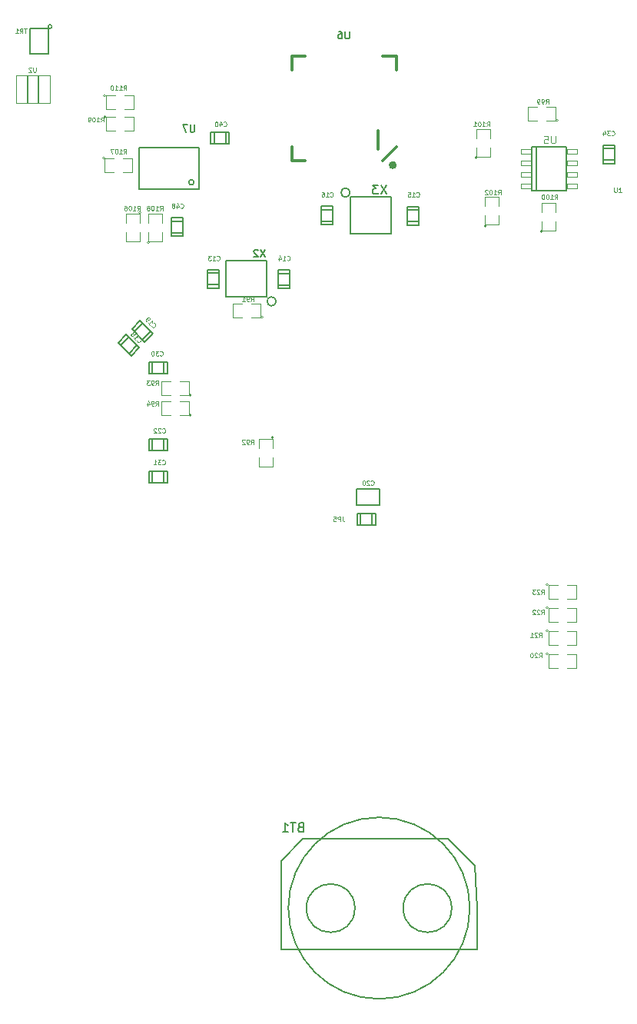
<source format=gbo>
G04 (created by PCBNEW (2013-07-07 BZR 4022)-stable) date 23/07/2014 04:51:33 p.m.*
%MOIN*%
G04 Gerber Fmt 3.4, Leading zero omitted, Abs format*
%FSLAX34Y34*%
G01*
G70*
G90*
G04 APERTURE LIST*
%ADD10C,0.00590551*%
%ADD11C,0.005*%
%ADD12C,0.0047*%
%ADD13C,0.0039*%
%ADD14C,0.012*%
%ADD15C,0.02*%
%ADD16C,0.0026*%
%ADD17C,0.008*%
%ADD18C,0.0059*%
%ADD19C,0.00492126*%
%ADD20C,0.0043*%
%ADD21C,0.00787402*%
%ADD22C,0.00393701*%
%ADD23C,0.0035*%
G04 APERTURE END LIST*
G54D10*
G54D11*
X82203Y-39198D02*
X84803Y-39198D01*
X84803Y-39198D02*
X84803Y-40998D01*
X84803Y-40998D02*
X82203Y-40998D01*
X82203Y-40998D02*
X82203Y-39198D01*
X84565Y-40698D02*
G75*
G03X84565Y-40698I-111J0D01*
G74*
G01*
G54D10*
X77460Y-34015D02*
X78248Y-34015D01*
X78248Y-34015D02*
X78248Y-35118D01*
X78248Y-35118D02*
X77460Y-35118D01*
X77460Y-35118D02*
X77460Y-34015D01*
X78405Y-33937D02*
G75*
G03X78405Y-33937I-78J0D01*
G74*
G01*
G54D12*
X78326Y-37244D02*
X78326Y-36062D01*
X78326Y-36062D02*
X77834Y-36062D01*
X77834Y-37244D02*
X78326Y-37244D01*
X77362Y-36062D02*
X76870Y-36062D01*
X76870Y-36062D02*
X76870Y-37244D01*
X76870Y-37244D02*
X77362Y-37244D01*
X77362Y-36062D02*
X77834Y-36062D01*
X77362Y-37244D02*
X77834Y-37244D01*
G54D11*
X77363Y-36063D02*
X77363Y-37243D01*
X77833Y-37243D02*
X77833Y-36063D01*
G54D13*
X80699Y-39640D02*
G75*
G03X80699Y-39640I-50J0D01*
G74*
G01*
X81099Y-39640D02*
X80699Y-39640D01*
X80699Y-39640D02*
X80699Y-40240D01*
X80699Y-40240D02*
X81099Y-40240D01*
X81499Y-40240D02*
X81899Y-40240D01*
X81899Y-40240D02*
X81899Y-39640D01*
X81899Y-39640D02*
X81499Y-39640D01*
X80758Y-37849D02*
G75*
G03X80758Y-37849I-50J0D01*
G74*
G01*
X81158Y-37849D02*
X80758Y-37849D01*
X80758Y-37849D02*
X80758Y-38449D01*
X80758Y-38449D02*
X81158Y-38449D01*
X81558Y-38449D02*
X81958Y-38449D01*
X81958Y-38449D02*
X81958Y-37849D01*
X81958Y-37849D02*
X81558Y-37849D01*
X80738Y-36924D02*
G75*
G03X80738Y-36924I-50J0D01*
G74*
G01*
X81138Y-36924D02*
X80738Y-36924D01*
X80738Y-36924D02*
X80738Y-37524D01*
X80738Y-37524D02*
X81138Y-37524D01*
X81538Y-37524D02*
X81938Y-37524D01*
X81938Y-37524D02*
X81938Y-36924D01*
X81938Y-36924D02*
X81538Y-36924D01*
X87560Y-46540D02*
G75*
G03X87560Y-46540I-50J0D01*
G74*
G01*
X87060Y-46540D02*
X87460Y-46540D01*
X87460Y-46540D02*
X87460Y-45940D01*
X87460Y-45940D02*
X87060Y-45940D01*
X86660Y-45940D02*
X86260Y-45940D01*
X86260Y-45940D02*
X86260Y-46540D01*
X86260Y-46540D02*
X86660Y-46540D01*
X84450Y-50782D02*
G75*
G03X84450Y-50782I-50J0D01*
G74*
G01*
X83950Y-50782D02*
X84350Y-50782D01*
X84350Y-50782D02*
X84350Y-50182D01*
X84350Y-50182D02*
X83950Y-50182D01*
X83550Y-50182D02*
X83150Y-50182D01*
X83150Y-50182D02*
X83150Y-50782D01*
X83150Y-50782D02*
X83550Y-50782D01*
X82643Y-43307D02*
G75*
G03X82643Y-43307I-50J0D01*
G74*
G01*
X82593Y-42857D02*
X82593Y-43257D01*
X82593Y-43257D02*
X83193Y-43257D01*
X83193Y-43257D02*
X83193Y-42857D01*
X83193Y-42457D02*
X83193Y-42057D01*
X83193Y-42057D02*
X82593Y-42057D01*
X82593Y-42057D02*
X82593Y-42457D01*
X82279Y-42007D02*
G75*
G03X82279Y-42007I-50J0D01*
G74*
G01*
X82229Y-42457D02*
X82229Y-42057D01*
X82229Y-42057D02*
X81629Y-42057D01*
X81629Y-42057D02*
X81629Y-42457D01*
X81629Y-42857D02*
X81629Y-43257D01*
X81629Y-43257D02*
X82229Y-43257D01*
X82229Y-43257D02*
X82229Y-42857D01*
X100365Y-38016D02*
G75*
G03X100365Y-38016I-50J0D01*
G74*
G01*
X99865Y-38016D02*
X100265Y-38016D01*
X100265Y-38016D02*
X100265Y-37416D01*
X100265Y-37416D02*
X99865Y-37416D01*
X99465Y-37416D02*
X99065Y-37416D01*
X99065Y-37416D02*
X99065Y-38016D01*
X99065Y-38016D02*
X99465Y-38016D01*
X99690Y-42835D02*
G75*
G03X99690Y-42835I-50J0D01*
G74*
G01*
X99640Y-42385D02*
X99640Y-42785D01*
X99640Y-42785D02*
X100240Y-42785D01*
X100240Y-42785D02*
X100240Y-42385D01*
X100240Y-41985D02*
X100240Y-41585D01*
X100240Y-41585D02*
X99640Y-41585D01*
X99640Y-41585D02*
X99640Y-41985D01*
X97250Y-42579D02*
G75*
G03X97250Y-42579I-50J0D01*
G74*
G01*
X97200Y-42129D02*
X97200Y-42529D01*
X97200Y-42529D02*
X97800Y-42529D01*
X97800Y-42529D02*
X97800Y-42129D01*
X97800Y-41729D02*
X97800Y-41329D01*
X97800Y-41329D02*
X97200Y-41329D01*
X97200Y-41329D02*
X97200Y-41729D01*
X96856Y-39626D02*
G75*
G03X96856Y-39626I-50J0D01*
G74*
G01*
X96806Y-39176D02*
X96806Y-39576D01*
X96806Y-39576D02*
X97406Y-39576D01*
X97406Y-39576D02*
X97406Y-39176D01*
X97406Y-38776D02*
X97406Y-38376D01*
X97406Y-38376D02*
X96806Y-38376D01*
X96806Y-38376D02*
X96806Y-38776D01*
X88023Y-51759D02*
G75*
G03X88023Y-51759I-50J0D01*
G74*
G01*
X87973Y-52209D02*
X87973Y-51809D01*
X87973Y-51809D02*
X87373Y-51809D01*
X87373Y-51809D02*
X87373Y-52209D01*
X87373Y-52609D02*
X87373Y-53009D01*
X87373Y-53009D02*
X87973Y-53009D01*
X87973Y-53009D02*
X87973Y-52609D01*
X84450Y-49916D02*
G75*
G03X84450Y-49916I-50J0D01*
G74*
G01*
X83950Y-49916D02*
X84350Y-49916D01*
X84350Y-49916D02*
X84350Y-49316D01*
X84350Y-49316D02*
X83950Y-49316D01*
X83550Y-49316D02*
X83150Y-49316D01*
X83150Y-49316D02*
X83150Y-49916D01*
X83150Y-49916D02*
X83550Y-49916D01*
X99939Y-61152D02*
G75*
G03X99939Y-61152I-50J0D01*
G74*
G01*
X100339Y-61152D02*
X99939Y-61152D01*
X99939Y-61152D02*
X99939Y-61752D01*
X99939Y-61752D02*
X100339Y-61752D01*
X100739Y-61752D02*
X101139Y-61752D01*
X101139Y-61752D02*
X101139Y-61152D01*
X101139Y-61152D02*
X100739Y-61152D01*
X99939Y-60152D02*
G75*
G03X99939Y-60152I-50J0D01*
G74*
G01*
X100339Y-60152D02*
X99939Y-60152D01*
X99939Y-60152D02*
X99939Y-60752D01*
X99939Y-60752D02*
X100339Y-60752D01*
X100739Y-60752D02*
X101139Y-60752D01*
X101139Y-60752D02*
X101139Y-60152D01*
X101139Y-60152D02*
X100739Y-60152D01*
X99939Y-59152D02*
G75*
G03X99939Y-59152I-50J0D01*
G74*
G01*
X100339Y-59152D02*
X99939Y-59152D01*
X99939Y-59152D02*
X99939Y-59752D01*
X99939Y-59752D02*
X100339Y-59752D01*
X100739Y-59752D02*
X101139Y-59752D01*
X101139Y-59752D02*
X101139Y-59152D01*
X101139Y-59152D02*
X100739Y-59152D01*
X99939Y-58152D02*
G75*
G03X99939Y-58152I-50J0D01*
G74*
G01*
X100339Y-58152D02*
X99939Y-58152D01*
X99939Y-58152D02*
X99939Y-58752D01*
X99939Y-58752D02*
X100339Y-58752D01*
X100739Y-58752D02*
X101139Y-58752D01*
X101139Y-58752D02*
X101139Y-58152D01*
X101139Y-58152D02*
X100739Y-58152D01*
G54D14*
X93338Y-39159D02*
X92748Y-39749D01*
X88812Y-39159D02*
X88812Y-39749D01*
X88812Y-39749D02*
X89402Y-39749D01*
X88812Y-35813D02*
X88812Y-35223D01*
X88812Y-35223D02*
X89402Y-35223D01*
X93338Y-35813D02*
X93338Y-35223D01*
X93338Y-35223D02*
X92748Y-35223D01*
X92551Y-39257D02*
X92551Y-38470D01*
G54D15*
X93265Y-39946D02*
G75*
G03X93265Y-39946I-74J0D01*
G74*
G01*
G54D11*
X91606Y-54000D02*
X92606Y-54000D01*
X92606Y-54700D02*
X91606Y-54700D01*
X92606Y-54700D02*
X92606Y-54000D01*
X91606Y-54000D02*
X91606Y-54700D01*
G54D10*
X88129Y-45856D02*
G75*
G03X88129Y-45856I-196J0D01*
G74*
G01*
X87736Y-44084D02*
X87736Y-45659D01*
X87736Y-45659D02*
X85964Y-45659D01*
X85964Y-45659D02*
X85964Y-44084D01*
X85964Y-44084D02*
X87736Y-44084D01*
X91338Y-41141D02*
G75*
G03X91338Y-41141I-196J0D01*
G74*
G01*
X91338Y-42913D02*
X91338Y-41338D01*
X91338Y-41338D02*
X93110Y-41338D01*
X93110Y-41338D02*
X93110Y-42913D01*
X93110Y-42913D02*
X91338Y-42913D01*
G54D11*
X85938Y-39009D02*
X85938Y-38509D01*
X85438Y-39009D02*
X85438Y-38519D01*
X85288Y-39009D02*
X86088Y-39009D01*
X86088Y-39009D02*
X86088Y-38509D01*
X86088Y-38509D02*
X85288Y-38509D01*
X85288Y-38509D02*
X85288Y-39009D01*
X82761Y-51836D02*
X82761Y-52336D01*
X83261Y-51836D02*
X83261Y-52326D01*
X83411Y-51836D02*
X82611Y-51836D01*
X82611Y-51836D02*
X82611Y-52336D01*
X82611Y-52336D02*
X83411Y-52336D01*
X83411Y-52336D02*
X83411Y-51836D01*
X83598Y-42877D02*
X84098Y-42877D01*
X83598Y-42377D02*
X84088Y-42377D01*
X83598Y-42227D02*
X83598Y-43027D01*
X83598Y-43027D02*
X84098Y-43027D01*
X84098Y-43027D02*
X84098Y-42227D01*
X84098Y-42227D02*
X83598Y-42227D01*
X88734Y-44641D02*
X88234Y-44641D01*
X88734Y-45141D02*
X88244Y-45141D01*
X88734Y-45291D02*
X88734Y-44491D01*
X88734Y-44491D02*
X88234Y-44491D01*
X88234Y-44491D02*
X88234Y-45291D01*
X88234Y-45291D02*
X88734Y-45291D01*
X85643Y-44631D02*
X85143Y-44631D01*
X85643Y-45131D02*
X85153Y-45131D01*
X85643Y-45281D02*
X85643Y-44481D01*
X85643Y-44481D02*
X85143Y-44481D01*
X85143Y-44481D02*
X85143Y-45281D01*
X85143Y-45281D02*
X85643Y-45281D01*
X81740Y-48113D02*
X82093Y-47759D01*
X81386Y-47759D02*
X81733Y-47413D01*
X81280Y-47653D02*
X81846Y-48219D01*
X81846Y-48219D02*
X82199Y-47865D01*
X82199Y-47865D02*
X81634Y-47300D01*
X81634Y-47300D02*
X81280Y-47653D01*
X82330Y-47514D02*
X82684Y-47161D01*
X81977Y-47161D02*
X82323Y-46814D01*
X81871Y-47055D02*
X82436Y-47621D01*
X82436Y-47621D02*
X82790Y-47267D01*
X82790Y-47267D02*
X82224Y-46701D01*
X82224Y-46701D02*
X81871Y-47055D01*
X91797Y-55064D02*
X91797Y-55564D01*
X92297Y-55064D02*
X92297Y-55554D01*
X92447Y-55064D02*
X91647Y-55064D01*
X91647Y-55064D02*
X91647Y-55564D01*
X91647Y-55564D02*
X92447Y-55564D01*
X92447Y-55564D02*
X92447Y-55064D01*
X90104Y-42375D02*
X90604Y-42375D01*
X90104Y-41875D02*
X90594Y-41875D01*
X90104Y-41725D02*
X90104Y-42525D01*
X90104Y-42525D02*
X90604Y-42525D01*
X90604Y-42525D02*
X90604Y-41725D01*
X90604Y-41725D02*
X90104Y-41725D01*
X94309Y-41899D02*
X93809Y-41899D01*
X94309Y-42399D02*
X93819Y-42399D01*
X94309Y-42549D02*
X94309Y-41749D01*
X94309Y-41749D02*
X93809Y-41749D01*
X93809Y-41749D02*
X93809Y-42549D01*
X93809Y-42549D02*
X94309Y-42549D01*
X82761Y-48490D02*
X82761Y-48990D01*
X83261Y-48490D02*
X83261Y-48980D01*
X83411Y-48490D02*
X82611Y-48490D01*
X82611Y-48490D02*
X82611Y-48990D01*
X82611Y-48990D02*
X83411Y-48990D01*
X83411Y-48990D02*
X83411Y-48490D01*
X82757Y-53210D02*
X82757Y-53710D01*
X83257Y-53210D02*
X83257Y-53700D01*
X83407Y-53210D02*
X82607Y-53210D01*
X82607Y-53210D02*
X82607Y-53710D01*
X82607Y-53710D02*
X83407Y-53710D01*
X83407Y-53710D02*
X83407Y-53210D01*
X102328Y-39738D02*
X102828Y-39738D01*
X102328Y-39238D02*
X102818Y-39238D01*
X102328Y-39088D02*
X102328Y-39888D01*
X102328Y-39888D02*
X102828Y-39888D01*
X102828Y-39888D02*
X102828Y-39088D01*
X102828Y-39088D02*
X102328Y-39088D01*
G54D10*
X95748Y-72165D02*
G75*
G03X95748Y-72165I-1050J0D01*
G74*
G01*
X91548Y-72165D02*
G75*
G03X91548Y-72165I-1050J0D01*
G74*
G01*
X88348Y-73965D02*
X96848Y-73965D01*
X96848Y-73965D02*
X96848Y-73915D01*
X88348Y-72165D02*
X88348Y-70115D01*
X88348Y-70115D02*
X89298Y-69165D01*
X89298Y-69165D02*
X95598Y-69165D01*
X95598Y-69165D02*
X96748Y-70315D01*
X96748Y-70315D02*
X96848Y-72165D01*
X96848Y-72165D02*
X96848Y-73915D01*
X88348Y-73965D02*
X88348Y-72165D01*
X96535Y-72165D02*
G75*
G03X96535Y-72165I-3937J0D01*
G74*
G01*
G54D16*
X98760Y-40944D02*
X98760Y-40751D01*
X98760Y-40751D02*
X99193Y-40751D01*
X99193Y-40944D02*
X99193Y-40751D01*
X98760Y-40944D02*
X99193Y-40944D01*
X98760Y-40444D02*
X98760Y-40251D01*
X98760Y-40251D02*
X99193Y-40251D01*
X99193Y-40444D02*
X99193Y-40251D01*
X98760Y-40444D02*
X99193Y-40444D01*
X98760Y-39945D02*
X98760Y-39752D01*
X98760Y-39752D02*
X99193Y-39752D01*
X99193Y-39945D02*
X99193Y-39752D01*
X98760Y-39945D02*
X99193Y-39945D01*
X98760Y-39445D02*
X98760Y-39252D01*
X98760Y-39252D02*
X99193Y-39252D01*
X99193Y-39445D02*
X99193Y-39252D01*
X98760Y-39445D02*
X99193Y-39445D01*
X100767Y-39445D02*
X100767Y-39252D01*
X100767Y-39252D02*
X101200Y-39252D01*
X101200Y-39445D02*
X101200Y-39252D01*
X100767Y-39445D02*
X101200Y-39445D01*
X100767Y-39945D02*
X100767Y-39752D01*
X100767Y-39752D02*
X101200Y-39752D01*
X101200Y-39945D02*
X101200Y-39752D01*
X100767Y-39945D02*
X101200Y-39945D01*
X100767Y-40444D02*
X100767Y-40251D01*
X100767Y-40251D02*
X101200Y-40251D01*
X101200Y-40444D02*
X101200Y-40251D01*
X100767Y-40444D02*
X101200Y-40444D01*
X100767Y-40944D02*
X100767Y-40751D01*
X100767Y-40751D02*
X101200Y-40751D01*
X101200Y-40944D02*
X101200Y-40751D01*
X100767Y-40944D02*
X101200Y-40944D01*
G54D17*
X100728Y-39154D02*
X99429Y-39154D01*
X99429Y-39154D02*
X99232Y-39154D01*
X99232Y-39154D02*
X99232Y-41042D01*
X99232Y-41042D02*
X99429Y-41042D01*
X99429Y-41042D02*
X100728Y-41042D01*
X100728Y-41042D02*
X100728Y-39154D01*
X99429Y-39154D02*
X99429Y-41042D01*
G54D18*
X84590Y-38198D02*
X84590Y-38453D01*
X84575Y-38483D01*
X84560Y-38498D01*
X84530Y-38513D01*
X84470Y-38513D01*
X84440Y-38498D01*
X84425Y-38483D01*
X84410Y-38453D01*
X84410Y-38198D01*
X84290Y-38198D02*
X84080Y-38198D01*
X84215Y-38513D01*
G54D19*
X77315Y-34036D02*
X77202Y-34036D01*
X77259Y-34233D02*
X77259Y-34036D01*
X77024Y-34233D02*
X77090Y-34139D01*
X77137Y-34233D02*
X77137Y-34036D01*
X77062Y-34036D01*
X77043Y-34045D01*
X77034Y-34055D01*
X77024Y-34073D01*
X77024Y-34101D01*
X77034Y-34120D01*
X77043Y-34130D01*
X77062Y-34139D01*
X77137Y-34139D01*
X76837Y-34233D02*
X76949Y-34233D01*
X76893Y-34233D02*
X76893Y-34036D01*
X76912Y-34064D01*
X76931Y-34083D01*
X76949Y-34092D01*
G54D13*
X77709Y-35709D02*
X77709Y-35868D01*
X77699Y-35887D01*
X77690Y-35897D01*
X77671Y-35906D01*
X77634Y-35906D01*
X77615Y-35897D01*
X77605Y-35887D01*
X77596Y-35868D01*
X77596Y-35709D01*
X77512Y-35728D02*
X77502Y-35718D01*
X77484Y-35709D01*
X77437Y-35709D01*
X77418Y-35718D01*
X77408Y-35728D01*
X77399Y-35747D01*
X77399Y-35765D01*
X77408Y-35793D01*
X77521Y-35906D01*
X77399Y-35906D01*
G54D20*
X81519Y-39449D02*
X81585Y-39356D01*
X81632Y-39449D02*
X81632Y-39252D01*
X81557Y-39252D01*
X81538Y-39262D01*
X81529Y-39271D01*
X81519Y-39290D01*
X81519Y-39318D01*
X81529Y-39337D01*
X81538Y-39346D01*
X81557Y-39356D01*
X81632Y-39356D01*
X81332Y-39449D02*
X81444Y-39449D01*
X81388Y-39449D02*
X81388Y-39252D01*
X81407Y-39280D01*
X81425Y-39299D01*
X81444Y-39309D01*
X81210Y-39252D02*
X81191Y-39252D01*
X81172Y-39262D01*
X81163Y-39271D01*
X81153Y-39290D01*
X81144Y-39327D01*
X81144Y-39374D01*
X81153Y-39412D01*
X81163Y-39431D01*
X81172Y-39440D01*
X81191Y-39449D01*
X81210Y-39449D01*
X81228Y-39440D01*
X81238Y-39431D01*
X81247Y-39412D01*
X81256Y-39374D01*
X81256Y-39327D01*
X81247Y-39290D01*
X81238Y-39271D01*
X81228Y-39262D01*
X81210Y-39252D01*
X81078Y-39252D02*
X80947Y-39252D01*
X81031Y-39449D01*
X80535Y-38071D02*
X80601Y-37978D01*
X80647Y-38071D02*
X80647Y-37874D01*
X80572Y-37874D01*
X80554Y-37884D01*
X80544Y-37893D01*
X80535Y-37912D01*
X80535Y-37940D01*
X80544Y-37959D01*
X80554Y-37968D01*
X80572Y-37978D01*
X80647Y-37978D01*
X80347Y-38071D02*
X80460Y-38071D01*
X80404Y-38071D02*
X80404Y-37874D01*
X80422Y-37903D01*
X80441Y-37921D01*
X80460Y-37931D01*
X80225Y-37874D02*
X80207Y-37874D01*
X80188Y-37884D01*
X80178Y-37893D01*
X80169Y-37912D01*
X80160Y-37949D01*
X80160Y-37996D01*
X80169Y-38034D01*
X80178Y-38053D01*
X80188Y-38062D01*
X80207Y-38071D01*
X80225Y-38071D01*
X80244Y-38062D01*
X80253Y-38053D01*
X80263Y-38034D01*
X80272Y-37996D01*
X80272Y-37949D01*
X80263Y-37912D01*
X80253Y-37893D01*
X80244Y-37884D01*
X80225Y-37874D01*
X80066Y-38071D02*
X80028Y-38071D01*
X80010Y-38062D01*
X80000Y-38053D01*
X79981Y-38024D01*
X79972Y-37987D01*
X79972Y-37912D01*
X79981Y-37893D01*
X79991Y-37884D01*
X80010Y-37874D01*
X80047Y-37874D01*
X80066Y-37884D01*
X80075Y-37893D01*
X80085Y-37912D01*
X80085Y-37959D01*
X80075Y-37978D01*
X80066Y-37987D01*
X80047Y-37996D01*
X80010Y-37996D01*
X79991Y-37987D01*
X79981Y-37978D01*
X79972Y-37959D01*
X81519Y-36693D02*
X81585Y-36600D01*
X81632Y-36693D02*
X81632Y-36496D01*
X81557Y-36496D01*
X81538Y-36506D01*
X81529Y-36515D01*
X81519Y-36534D01*
X81519Y-36562D01*
X81529Y-36581D01*
X81538Y-36590D01*
X81557Y-36600D01*
X81632Y-36600D01*
X81332Y-36693D02*
X81444Y-36693D01*
X81388Y-36693D02*
X81388Y-36496D01*
X81407Y-36525D01*
X81425Y-36543D01*
X81444Y-36553D01*
X81144Y-36693D02*
X81256Y-36693D01*
X81200Y-36693D02*
X81200Y-36496D01*
X81219Y-36525D01*
X81238Y-36543D01*
X81256Y-36553D01*
X81022Y-36496D02*
X81003Y-36496D01*
X80984Y-36506D01*
X80975Y-36515D01*
X80966Y-36534D01*
X80956Y-36571D01*
X80956Y-36618D01*
X80966Y-36656D01*
X80975Y-36675D01*
X80984Y-36684D01*
X81003Y-36693D01*
X81022Y-36693D01*
X81041Y-36684D01*
X81050Y-36675D01*
X81059Y-36656D01*
X81069Y-36618D01*
X81069Y-36571D01*
X81059Y-36534D01*
X81050Y-36515D01*
X81041Y-36506D01*
X81022Y-36496D01*
X87036Y-45847D02*
X87101Y-45753D01*
X87148Y-45847D02*
X87148Y-45650D01*
X87073Y-45650D01*
X87054Y-45659D01*
X87045Y-45669D01*
X87036Y-45687D01*
X87036Y-45716D01*
X87045Y-45734D01*
X87054Y-45744D01*
X87073Y-45753D01*
X87148Y-45753D01*
X86942Y-45847D02*
X86904Y-45847D01*
X86885Y-45838D01*
X86876Y-45828D01*
X86857Y-45800D01*
X86848Y-45763D01*
X86848Y-45687D01*
X86857Y-45669D01*
X86867Y-45659D01*
X86885Y-45650D01*
X86923Y-45650D01*
X86942Y-45659D01*
X86951Y-45669D01*
X86961Y-45687D01*
X86961Y-45734D01*
X86951Y-45753D01*
X86942Y-45763D01*
X86923Y-45772D01*
X86885Y-45772D01*
X86867Y-45763D01*
X86857Y-45753D01*
X86848Y-45734D01*
X86660Y-45847D02*
X86773Y-45847D01*
X86717Y-45847D02*
X86717Y-45650D01*
X86735Y-45678D01*
X86754Y-45697D01*
X86773Y-45706D01*
X82902Y-50375D02*
X82967Y-50281D01*
X83014Y-50375D02*
X83014Y-50178D01*
X82939Y-50178D01*
X82920Y-50187D01*
X82911Y-50196D01*
X82902Y-50215D01*
X82902Y-50243D01*
X82911Y-50262D01*
X82920Y-50271D01*
X82939Y-50281D01*
X83014Y-50281D01*
X82808Y-50375D02*
X82770Y-50375D01*
X82752Y-50365D01*
X82742Y-50356D01*
X82723Y-50328D01*
X82714Y-50290D01*
X82714Y-50215D01*
X82723Y-50196D01*
X82733Y-50187D01*
X82752Y-50178D01*
X82789Y-50178D01*
X82808Y-50187D01*
X82817Y-50196D01*
X82827Y-50215D01*
X82827Y-50262D01*
X82817Y-50281D01*
X82808Y-50290D01*
X82789Y-50299D01*
X82752Y-50299D01*
X82733Y-50290D01*
X82723Y-50281D01*
X82714Y-50262D01*
X82545Y-50243D02*
X82545Y-50375D01*
X82592Y-50168D02*
X82639Y-50309D01*
X82517Y-50309D01*
X83094Y-41910D02*
X83160Y-41816D01*
X83207Y-41910D02*
X83207Y-41713D01*
X83131Y-41713D01*
X83113Y-41722D01*
X83103Y-41732D01*
X83094Y-41750D01*
X83094Y-41779D01*
X83103Y-41797D01*
X83113Y-41807D01*
X83131Y-41816D01*
X83207Y-41816D01*
X82906Y-41910D02*
X83019Y-41910D01*
X82963Y-41910D02*
X82963Y-41713D01*
X82981Y-41741D01*
X83000Y-41760D01*
X83019Y-41769D01*
X82784Y-41713D02*
X82766Y-41713D01*
X82747Y-41722D01*
X82737Y-41732D01*
X82728Y-41750D01*
X82719Y-41788D01*
X82719Y-41835D01*
X82728Y-41872D01*
X82737Y-41891D01*
X82747Y-41901D01*
X82766Y-41910D01*
X82784Y-41910D01*
X82803Y-41901D01*
X82813Y-41891D01*
X82822Y-41872D01*
X82831Y-41835D01*
X82831Y-41788D01*
X82822Y-41750D01*
X82813Y-41732D01*
X82803Y-41722D01*
X82784Y-41713D01*
X82606Y-41797D02*
X82625Y-41788D01*
X82634Y-41779D01*
X82644Y-41760D01*
X82644Y-41750D01*
X82634Y-41732D01*
X82625Y-41722D01*
X82606Y-41713D01*
X82569Y-41713D01*
X82550Y-41722D01*
X82540Y-41732D01*
X82531Y-41750D01*
X82531Y-41760D01*
X82540Y-41779D01*
X82550Y-41788D01*
X82569Y-41797D01*
X82606Y-41797D01*
X82625Y-41807D01*
X82634Y-41816D01*
X82644Y-41835D01*
X82644Y-41872D01*
X82634Y-41891D01*
X82625Y-41901D01*
X82606Y-41910D01*
X82569Y-41910D01*
X82550Y-41901D01*
X82540Y-41891D01*
X82531Y-41872D01*
X82531Y-41835D01*
X82540Y-41816D01*
X82550Y-41807D01*
X82569Y-41797D01*
X82110Y-41910D02*
X82175Y-41816D01*
X82222Y-41910D02*
X82222Y-41713D01*
X82147Y-41713D01*
X82128Y-41722D01*
X82119Y-41732D01*
X82110Y-41750D01*
X82110Y-41779D01*
X82119Y-41797D01*
X82128Y-41807D01*
X82147Y-41816D01*
X82222Y-41816D01*
X81922Y-41910D02*
X82035Y-41910D01*
X81978Y-41910D02*
X81978Y-41713D01*
X81997Y-41741D01*
X82016Y-41760D01*
X82035Y-41769D01*
X81800Y-41713D02*
X81781Y-41713D01*
X81763Y-41722D01*
X81753Y-41732D01*
X81744Y-41750D01*
X81734Y-41788D01*
X81734Y-41835D01*
X81744Y-41872D01*
X81753Y-41891D01*
X81763Y-41901D01*
X81781Y-41910D01*
X81800Y-41910D01*
X81819Y-41901D01*
X81828Y-41891D01*
X81838Y-41872D01*
X81847Y-41835D01*
X81847Y-41788D01*
X81838Y-41750D01*
X81828Y-41732D01*
X81819Y-41722D01*
X81800Y-41713D01*
X81566Y-41713D02*
X81603Y-41713D01*
X81622Y-41722D01*
X81631Y-41732D01*
X81650Y-41760D01*
X81659Y-41797D01*
X81659Y-41872D01*
X81650Y-41891D01*
X81641Y-41901D01*
X81622Y-41910D01*
X81584Y-41910D01*
X81566Y-41901D01*
X81556Y-41891D01*
X81547Y-41872D01*
X81547Y-41826D01*
X81556Y-41807D01*
X81566Y-41797D01*
X81584Y-41788D01*
X81622Y-41788D01*
X81641Y-41797D01*
X81650Y-41807D01*
X81659Y-41826D01*
X99831Y-37284D02*
X99897Y-37190D01*
X99943Y-37284D02*
X99943Y-37087D01*
X99868Y-37087D01*
X99850Y-37096D01*
X99840Y-37106D01*
X99831Y-37124D01*
X99831Y-37153D01*
X99840Y-37171D01*
X99850Y-37181D01*
X99868Y-37190D01*
X99943Y-37190D01*
X99737Y-37284D02*
X99700Y-37284D01*
X99681Y-37275D01*
X99671Y-37265D01*
X99653Y-37237D01*
X99643Y-37200D01*
X99643Y-37124D01*
X99653Y-37106D01*
X99662Y-37096D01*
X99681Y-37087D01*
X99718Y-37087D01*
X99737Y-37096D01*
X99746Y-37106D01*
X99756Y-37124D01*
X99756Y-37171D01*
X99746Y-37190D01*
X99737Y-37200D01*
X99718Y-37209D01*
X99681Y-37209D01*
X99662Y-37200D01*
X99653Y-37190D01*
X99643Y-37171D01*
X99549Y-37284D02*
X99512Y-37284D01*
X99493Y-37275D01*
X99484Y-37265D01*
X99465Y-37237D01*
X99456Y-37200D01*
X99456Y-37124D01*
X99465Y-37106D01*
X99474Y-37096D01*
X99493Y-37087D01*
X99531Y-37087D01*
X99549Y-37096D01*
X99559Y-37106D01*
X99568Y-37124D01*
X99568Y-37171D01*
X99559Y-37190D01*
X99549Y-37200D01*
X99531Y-37209D01*
X99493Y-37209D01*
X99474Y-37200D01*
X99465Y-37190D01*
X99456Y-37171D01*
X100220Y-41418D02*
X100286Y-41324D01*
X100333Y-41418D02*
X100333Y-41221D01*
X100257Y-41221D01*
X100239Y-41230D01*
X100229Y-41240D01*
X100220Y-41258D01*
X100220Y-41286D01*
X100229Y-41305D01*
X100239Y-41315D01*
X100257Y-41324D01*
X100333Y-41324D01*
X100032Y-41418D02*
X100145Y-41418D01*
X100089Y-41418D02*
X100089Y-41221D01*
X100107Y-41249D01*
X100126Y-41268D01*
X100145Y-41277D01*
X99910Y-41221D02*
X99892Y-41221D01*
X99873Y-41230D01*
X99863Y-41240D01*
X99854Y-41258D01*
X99845Y-41296D01*
X99845Y-41343D01*
X99854Y-41380D01*
X99863Y-41399D01*
X99873Y-41408D01*
X99892Y-41418D01*
X99910Y-41418D01*
X99929Y-41408D01*
X99939Y-41399D01*
X99948Y-41380D01*
X99957Y-41343D01*
X99957Y-41296D01*
X99948Y-41258D01*
X99939Y-41240D01*
X99929Y-41230D01*
X99910Y-41221D01*
X99723Y-41221D02*
X99704Y-41221D01*
X99685Y-41230D01*
X99676Y-41240D01*
X99666Y-41258D01*
X99657Y-41296D01*
X99657Y-41343D01*
X99666Y-41380D01*
X99676Y-41399D01*
X99685Y-41408D01*
X99704Y-41418D01*
X99723Y-41418D01*
X99742Y-41408D01*
X99751Y-41399D01*
X99760Y-41380D01*
X99770Y-41343D01*
X99770Y-41296D01*
X99760Y-41258D01*
X99751Y-41240D01*
X99742Y-41230D01*
X99723Y-41221D01*
X97759Y-41221D02*
X97825Y-41127D01*
X97872Y-41221D02*
X97872Y-41024D01*
X97797Y-41024D01*
X97778Y-41033D01*
X97769Y-41043D01*
X97759Y-41061D01*
X97759Y-41090D01*
X97769Y-41108D01*
X97778Y-41118D01*
X97797Y-41127D01*
X97872Y-41127D01*
X97572Y-41221D02*
X97684Y-41221D01*
X97628Y-41221D02*
X97628Y-41024D01*
X97647Y-41052D01*
X97666Y-41071D01*
X97684Y-41080D01*
X97450Y-41024D02*
X97431Y-41024D01*
X97412Y-41033D01*
X97403Y-41043D01*
X97393Y-41061D01*
X97384Y-41099D01*
X97384Y-41146D01*
X97393Y-41183D01*
X97403Y-41202D01*
X97412Y-41212D01*
X97431Y-41221D01*
X97450Y-41221D01*
X97469Y-41212D01*
X97478Y-41202D01*
X97487Y-41183D01*
X97497Y-41146D01*
X97497Y-41099D01*
X97487Y-41061D01*
X97478Y-41043D01*
X97469Y-41033D01*
X97450Y-41024D01*
X97309Y-41043D02*
X97300Y-41033D01*
X97281Y-41024D01*
X97234Y-41024D01*
X97215Y-41033D01*
X97206Y-41043D01*
X97196Y-41061D01*
X97196Y-41080D01*
X97206Y-41108D01*
X97318Y-41221D01*
X97196Y-41221D01*
X97267Y-38268D02*
X97333Y-38174D01*
X97380Y-38268D02*
X97380Y-38071D01*
X97305Y-38071D01*
X97286Y-38081D01*
X97277Y-38090D01*
X97267Y-38109D01*
X97267Y-38137D01*
X97277Y-38156D01*
X97286Y-38165D01*
X97305Y-38174D01*
X97380Y-38174D01*
X97080Y-38268D02*
X97192Y-38268D01*
X97136Y-38268D02*
X97136Y-38071D01*
X97155Y-38099D01*
X97173Y-38118D01*
X97192Y-38128D01*
X96958Y-38071D02*
X96939Y-38071D01*
X96920Y-38081D01*
X96911Y-38090D01*
X96901Y-38109D01*
X96892Y-38146D01*
X96892Y-38193D01*
X96901Y-38231D01*
X96911Y-38249D01*
X96920Y-38259D01*
X96939Y-38268D01*
X96958Y-38268D01*
X96976Y-38259D01*
X96986Y-38249D01*
X96995Y-38231D01*
X97005Y-38193D01*
X97005Y-38146D01*
X96995Y-38109D01*
X96986Y-38090D01*
X96976Y-38081D01*
X96958Y-38071D01*
X96704Y-38268D02*
X96817Y-38268D01*
X96761Y-38268D02*
X96761Y-38071D01*
X96779Y-38099D01*
X96798Y-38118D01*
X96817Y-38128D01*
X87036Y-52048D02*
X87101Y-51954D01*
X87148Y-52048D02*
X87148Y-51851D01*
X87073Y-51851D01*
X87054Y-51860D01*
X87045Y-51870D01*
X87036Y-51888D01*
X87036Y-51916D01*
X87045Y-51935D01*
X87054Y-51945D01*
X87073Y-51954D01*
X87148Y-51954D01*
X86942Y-52048D02*
X86904Y-52048D01*
X86885Y-52038D01*
X86876Y-52029D01*
X86857Y-52001D01*
X86848Y-51963D01*
X86848Y-51888D01*
X86857Y-51870D01*
X86867Y-51860D01*
X86885Y-51851D01*
X86923Y-51851D01*
X86942Y-51860D01*
X86951Y-51870D01*
X86961Y-51888D01*
X86961Y-51935D01*
X86951Y-51954D01*
X86942Y-51963D01*
X86923Y-51973D01*
X86885Y-51973D01*
X86867Y-51963D01*
X86857Y-51954D01*
X86848Y-51935D01*
X86773Y-51870D02*
X86764Y-51860D01*
X86745Y-51851D01*
X86698Y-51851D01*
X86679Y-51860D01*
X86670Y-51870D01*
X86660Y-51888D01*
X86660Y-51907D01*
X86670Y-51935D01*
X86782Y-52048D01*
X86660Y-52048D01*
X82902Y-49489D02*
X82967Y-49395D01*
X83014Y-49489D02*
X83014Y-49292D01*
X82939Y-49292D01*
X82920Y-49301D01*
X82911Y-49310D01*
X82902Y-49329D01*
X82902Y-49357D01*
X82911Y-49376D01*
X82920Y-49385D01*
X82939Y-49395D01*
X83014Y-49395D01*
X82808Y-49489D02*
X82770Y-49489D01*
X82752Y-49479D01*
X82742Y-49470D01*
X82723Y-49442D01*
X82714Y-49404D01*
X82714Y-49329D01*
X82723Y-49310D01*
X82733Y-49301D01*
X82752Y-49292D01*
X82789Y-49292D01*
X82808Y-49301D01*
X82817Y-49310D01*
X82827Y-49329D01*
X82827Y-49376D01*
X82817Y-49395D01*
X82808Y-49404D01*
X82789Y-49414D01*
X82752Y-49414D01*
X82733Y-49404D01*
X82723Y-49395D01*
X82714Y-49376D01*
X82648Y-49292D02*
X82526Y-49292D01*
X82592Y-49367D01*
X82564Y-49367D01*
X82545Y-49376D01*
X82536Y-49385D01*
X82526Y-49404D01*
X82526Y-49451D01*
X82536Y-49470D01*
X82545Y-49479D01*
X82564Y-49489D01*
X82620Y-49489D01*
X82639Y-49479D01*
X82648Y-49470D01*
X99536Y-61300D02*
X99601Y-61206D01*
X99648Y-61300D02*
X99648Y-61103D01*
X99573Y-61103D01*
X99554Y-61112D01*
X99545Y-61121D01*
X99536Y-61140D01*
X99536Y-61168D01*
X99545Y-61187D01*
X99554Y-61197D01*
X99573Y-61206D01*
X99648Y-61206D01*
X99461Y-61121D02*
X99451Y-61112D01*
X99432Y-61103D01*
X99385Y-61103D01*
X99367Y-61112D01*
X99357Y-61121D01*
X99348Y-61140D01*
X99348Y-61159D01*
X99357Y-61187D01*
X99470Y-61300D01*
X99348Y-61300D01*
X99226Y-61103D02*
X99207Y-61103D01*
X99188Y-61112D01*
X99179Y-61121D01*
X99170Y-61140D01*
X99160Y-61178D01*
X99160Y-61225D01*
X99170Y-61262D01*
X99179Y-61281D01*
X99188Y-61290D01*
X99207Y-61300D01*
X99226Y-61300D01*
X99245Y-61290D01*
X99254Y-61281D01*
X99264Y-61262D01*
X99273Y-61225D01*
X99273Y-61178D01*
X99264Y-61140D01*
X99254Y-61121D01*
X99245Y-61112D01*
X99226Y-61103D01*
X99536Y-60414D02*
X99601Y-60320D01*
X99648Y-60414D02*
X99648Y-60217D01*
X99573Y-60217D01*
X99554Y-60226D01*
X99545Y-60236D01*
X99536Y-60254D01*
X99536Y-60283D01*
X99545Y-60301D01*
X99554Y-60311D01*
X99573Y-60320D01*
X99648Y-60320D01*
X99461Y-60236D02*
X99451Y-60226D01*
X99432Y-60217D01*
X99385Y-60217D01*
X99367Y-60226D01*
X99357Y-60236D01*
X99348Y-60254D01*
X99348Y-60273D01*
X99357Y-60301D01*
X99470Y-60414D01*
X99348Y-60414D01*
X99160Y-60414D02*
X99273Y-60414D01*
X99217Y-60414D02*
X99217Y-60217D01*
X99235Y-60245D01*
X99254Y-60264D01*
X99273Y-60273D01*
X99634Y-59430D02*
X99700Y-59336D01*
X99747Y-59430D02*
X99747Y-59233D01*
X99672Y-59233D01*
X99653Y-59242D01*
X99643Y-59251D01*
X99634Y-59270D01*
X99634Y-59298D01*
X99643Y-59317D01*
X99653Y-59326D01*
X99672Y-59336D01*
X99747Y-59336D01*
X99559Y-59251D02*
X99550Y-59242D01*
X99531Y-59233D01*
X99484Y-59233D01*
X99465Y-59242D01*
X99456Y-59251D01*
X99446Y-59270D01*
X99446Y-59289D01*
X99456Y-59317D01*
X99568Y-59430D01*
X99446Y-59430D01*
X99371Y-59251D02*
X99362Y-59242D01*
X99343Y-59233D01*
X99296Y-59233D01*
X99278Y-59242D01*
X99268Y-59251D01*
X99259Y-59270D01*
X99259Y-59289D01*
X99268Y-59317D01*
X99381Y-59430D01*
X99259Y-59430D01*
X99634Y-58544D02*
X99700Y-58450D01*
X99747Y-58544D02*
X99747Y-58347D01*
X99672Y-58347D01*
X99653Y-58356D01*
X99643Y-58366D01*
X99634Y-58384D01*
X99634Y-58412D01*
X99643Y-58431D01*
X99653Y-58441D01*
X99672Y-58450D01*
X99747Y-58450D01*
X99559Y-58366D02*
X99550Y-58356D01*
X99531Y-58347D01*
X99484Y-58347D01*
X99465Y-58356D01*
X99456Y-58366D01*
X99446Y-58384D01*
X99446Y-58403D01*
X99456Y-58431D01*
X99568Y-58544D01*
X99446Y-58544D01*
X99381Y-58347D02*
X99259Y-58347D01*
X99324Y-58422D01*
X99296Y-58422D01*
X99278Y-58431D01*
X99268Y-58441D01*
X99259Y-58459D01*
X99259Y-58506D01*
X99268Y-58525D01*
X99278Y-58534D01*
X99296Y-58544D01*
X99353Y-58544D01*
X99371Y-58534D01*
X99381Y-58525D01*
G54D21*
X91316Y-34151D02*
X91316Y-34406D01*
X91301Y-34436D01*
X91286Y-34451D01*
X91256Y-34466D01*
X91196Y-34466D01*
X91166Y-34451D01*
X91151Y-34436D01*
X91136Y-34406D01*
X91136Y-34151D01*
X90851Y-34151D02*
X90911Y-34151D01*
X90941Y-34166D01*
X90956Y-34181D01*
X90986Y-34226D01*
X91001Y-34286D01*
X91001Y-34406D01*
X90986Y-34436D01*
X90971Y-34451D01*
X90941Y-34466D01*
X90881Y-34466D01*
X90851Y-34451D01*
X90836Y-34436D01*
X90821Y-34406D01*
X90821Y-34331D01*
X90836Y-34301D01*
X90851Y-34286D01*
X90881Y-34271D01*
X90941Y-34271D01*
X90971Y-34286D01*
X90986Y-34301D01*
X91001Y-34331D01*
G54D19*
X91010Y-55197D02*
X91010Y-55338D01*
X91019Y-55366D01*
X91038Y-55385D01*
X91066Y-55394D01*
X91085Y-55394D01*
X90916Y-55394D02*
X90916Y-55197D01*
X90841Y-55197D01*
X90823Y-55207D01*
X90813Y-55216D01*
X90804Y-55235D01*
X90804Y-55263D01*
X90813Y-55282D01*
X90823Y-55291D01*
X90841Y-55300D01*
X90916Y-55300D01*
X90626Y-55197D02*
X90719Y-55197D01*
X90729Y-55291D01*
X90719Y-55282D01*
X90701Y-55272D01*
X90654Y-55272D01*
X90635Y-55282D01*
X90626Y-55291D01*
X90616Y-55310D01*
X90616Y-55357D01*
X90626Y-55375D01*
X90635Y-55385D01*
X90654Y-55394D01*
X90701Y-55394D01*
X90719Y-55385D01*
X90729Y-55375D01*
G54D10*
X87656Y-43611D02*
X87446Y-43926D01*
X87446Y-43611D02*
X87656Y-43926D01*
X87341Y-43641D02*
X87326Y-43626D01*
X87296Y-43611D01*
X87221Y-43611D01*
X87191Y-43626D01*
X87176Y-43641D01*
X87161Y-43671D01*
X87161Y-43701D01*
X87176Y-43746D01*
X87356Y-43926D01*
X87161Y-43926D01*
X92936Y-40808D02*
X92674Y-41202D01*
X92674Y-40808D02*
X92936Y-41202D01*
X92561Y-40808D02*
X92318Y-40808D01*
X92449Y-40958D01*
X92393Y-40958D01*
X92355Y-40977D01*
X92336Y-40996D01*
X92318Y-41033D01*
X92318Y-41127D01*
X92336Y-41165D01*
X92355Y-41183D01*
X92393Y-41202D01*
X92505Y-41202D01*
X92543Y-41183D01*
X92561Y-41165D01*
G54D19*
X85854Y-38249D02*
X85864Y-38259D01*
X85892Y-38268D01*
X85911Y-38268D01*
X85939Y-38259D01*
X85958Y-38240D01*
X85967Y-38221D01*
X85976Y-38184D01*
X85976Y-38156D01*
X85967Y-38118D01*
X85958Y-38099D01*
X85939Y-38081D01*
X85911Y-38071D01*
X85892Y-38071D01*
X85864Y-38081D01*
X85854Y-38090D01*
X85686Y-38137D02*
X85686Y-38268D01*
X85733Y-38062D02*
X85779Y-38203D01*
X85658Y-38203D01*
X85545Y-38071D02*
X85526Y-38071D01*
X85508Y-38081D01*
X85498Y-38090D01*
X85489Y-38109D01*
X85479Y-38146D01*
X85479Y-38193D01*
X85489Y-38231D01*
X85498Y-38249D01*
X85508Y-38259D01*
X85526Y-38268D01*
X85545Y-38268D01*
X85564Y-38259D01*
X85573Y-38249D01*
X85583Y-38231D01*
X85592Y-38193D01*
X85592Y-38146D01*
X85583Y-38109D01*
X85573Y-38090D01*
X85564Y-38081D01*
X85545Y-38071D01*
G54D22*
X83197Y-51537D02*
X83206Y-51546D01*
X83234Y-51556D01*
X83253Y-51556D01*
X83281Y-51546D01*
X83300Y-51527D01*
X83309Y-51509D01*
X83319Y-51471D01*
X83319Y-51443D01*
X83309Y-51406D01*
X83300Y-51387D01*
X83281Y-51368D01*
X83253Y-51359D01*
X83234Y-51359D01*
X83206Y-51368D01*
X83197Y-51377D01*
X83122Y-51377D02*
X83113Y-51368D01*
X83094Y-51359D01*
X83047Y-51359D01*
X83028Y-51368D01*
X83019Y-51377D01*
X83009Y-51396D01*
X83009Y-51415D01*
X83019Y-51443D01*
X83131Y-51556D01*
X83009Y-51556D01*
X82934Y-51377D02*
X82925Y-51368D01*
X82906Y-51359D01*
X82859Y-51359D01*
X82841Y-51368D01*
X82831Y-51377D01*
X82822Y-51396D01*
X82822Y-51415D01*
X82831Y-51443D01*
X82944Y-51556D01*
X82822Y-51556D01*
G54D19*
X83984Y-41793D02*
X83994Y-41802D01*
X84022Y-41811D01*
X84041Y-41811D01*
X84069Y-41802D01*
X84087Y-41783D01*
X84097Y-41765D01*
X84106Y-41727D01*
X84106Y-41699D01*
X84097Y-41661D01*
X84087Y-41643D01*
X84069Y-41624D01*
X84041Y-41615D01*
X84022Y-41615D01*
X83994Y-41624D01*
X83984Y-41633D01*
X83816Y-41680D02*
X83816Y-41811D01*
X83862Y-41605D02*
X83909Y-41746D01*
X83787Y-41746D01*
X83684Y-41699D02*
X83703Y-41690D01*
X83712Y-41680D01*
X83722Y-41661D01*
X83722Y-41652D01*
X83712Y-41633D01*
X83703Y-41624D01*
X83684Y-41615D01*
X83647Y-41615D01*
X83628Y-41624D01*
X83619Y-41633D01*
X83609Y-41652D01*
X83609Y-41661D01*
X83619Y-41680D01*
X83628Y-41690D01*
X83647Y-41699D01*
X83684Y-41699D01*
X83703Y-41708D01*
X83712Y-41718D01*
X83722Y-41736D01*
X83722Y-41774D01*
X83712Y-41793D01*
X83703Y-41802D01*
X83684Y-41811D01*
X83647Y-41811D01*
X83628Y-41802D01*
X83619Y-41793D01*
X83609Y-41774D01*
X83609Y-41736D01*
X83619Y-41718D01*
X83628Y-41708D01*
X83647Y-41699D01*
G54D22*
X88610Y-44056D02*
X88620Y-44066D01*
X88648Y-44075D01*
X88667Y-44075D01*
X88695Y-44066D01*
X88713Y-44047D01*
X88723Y-44028D01*
X88732Y-43991D01*
X88732Y-43963D01*
X88723Y-43925D01*
X88713Y-43907D01*
X88695Y-43888D01*
X88667Y-43878D01*
X88648Y-43878D01*
X88620Y-43888D01*
X88610Y-43897D01*
X88423Y-44075D02*
X88535Y-44075D01*
X88479Y-44075D02*
X88479Y-43878D01*
X88498Y-43907D01*
X88517Y-43925D01*
X88535Y-43935D01*
X88254Y-43944D02*
X88254Y-44075D01*
X88301Y-43869D02*
X88348Y-44010D01*
X88226Y-44010D01*
X85559Y-44056D02*
X85568Y-44066D01*
X85597Y-44075D01*
X85615Y-44075D01*
X85643Y-44066D01*
X85662Y-44047D01*
X85672Y-44028D01*
X85681Y-43991D01*
X85681Y-43963D01*
X85672Y-43925D01*
X85662Y-43907D01*
X85643Y-43888D01*
X85615Y-43878D01*
X85597Y-43878D01*
X85568Y-43888D01*
X85559Y-43897D01*
X85372Y-44075D02*
X85484Y-44075D01*
X85428Y-44075D02*
X85428Y-43878D01*
X85447Y-43907D01*
X85465Y-43925D01*
X85484Y-43935D01*
X85306Y-43878D02*
X85184Y-43878D01*
X85250Y-43953D01*
X85222Y-43953D01*
X85203Y-43963D01*
X85194Y-43972D01*
X85184Y-43991D01*
X85184Y-44038D01*
X85194Y-44056D01*
X85203Y-44066D01*
X85222Y-44075D01*
X85278Y-44075D01*
X85297Y-44066D01*
X85306Y-44056D01*
X82092Y-47558D02*
X82092Y-47571D01*
X82106Y-47598D01*
X82119Y-47611D01*
X82145Y-47624D01*
X82172Y-47624D01*
X82192Y-47617D01*
X82225Y-47598D01*
X82245Y-47578D01*
X82265Y-47545D01*
X82271Y-47525D01*
X82271Y-47498D01*
X82258Y-47472D01*
X82245Y-47458D01*
X82218Y-47445D01*
X82205Y-47445D01*
X81946Y-47439D02*
X82026Y-47518D01*
X81986Y-47478D02*
X82125Y-47339D01*
X82119Y-47372D01*
X82119Y-47399D01*
X82125Y-47419D01*
X81946Y-47279D02*
X81966Y-47286D01*
X81980Y-47286D01*
X81999Y-47279D01*
X82006Y-47273D01*
X82013Y-47253D01*
X82013Y-47240D01*
X82006Y-47220D01*
X81980Y-47193D01*
X81960Y-47187D01*
X81946Y-47187D01*
X81927Y-47193D01*
X81920Y-47200D01*
X81913Y-47220D01*
X81913Y-47233D01*
X81920Y-47253D01*
X81946Y-47279D01*
X81953Y-47299D01*
X81953Y-47313D01*
X81946Y-47332D01*
X81920Y-47359D01*
X81900Y-47366D01*
X81887Y-47366D01*
X81867Y-47359D01*
X81840Y-47332D01*
X81834Y-47313D01*
X81834Y-47299D01*
X81840Y-47279D01*
X81867Y-47253D01*
X81887Y-47246D01*
X81900Y-47246D01*
X81920Y-47253D01*
X82725Y-46918D02*
X82725Y-46931D01*
X82738Y-46957D01*
X82751Y-46971D01*
X82778Y-46984D01*
X82804Y-46984D01*
X82824Y-46977D01*
X82857Y-46957D01*
X82877Y-46938D01*
X82897Y-46904D01*
X82904Y-46885D01*
X82904Y-46858D01*
X82890Y-46831D01*
X82877Y-46818D01*
X82851Y-46805D01*
X82837Y-46805D01*
X82579Y-46798D02*
X82658Y-46878D01*
X82619Y-46838D02*
X82758Y-46699D01*
X82751Y-46732D01*
X82751Y-46759D01*
X82758Y-46778D01*
X82512Y-46732D02*
X82486Y-46706D01*
X82479Y-46686D01*
X82479Y-46672D01*
X82486Y-46639D01*
X82506Y-46606D01*
X82559Y-46553D01*
X82579Y-46546D01*
X82592Y-46546D01*
X82612Y-46553D01*
X82638Y-46580D01*
X82645Y-46600D01*
X82645Y-46613D01*
X82638Y-46633D01*
X82605Y-46666D01*
X82585Y-46672D01*
X82572Y-46672D01*
X82552Y-46666D01*
X82526Y-46639D01*
X82519Y-46619D01*
X82519Y-46606D01*
X82526Y-46586D01*
X92252Y-53801D02*
X92261Y-53810D01*
X92290Y-53819D01*
X92308Y-53819D01*
X92336Y-53810D01*
X92355Y-53791D01*
X92365Y-53772D01*
X92374Y-53735D01*
X92374Y-53707D01*
X92365Y-53669D01*
X92355Y-53651D01*
X92336Y-53632D01*
X92308Y-53622D01*
X92290Y-53622D01*
X92261Y-53632D01*
X92252Y-53641D01*
X92177Y-53641D02*
X92168Y-53632D01*
X92149Y-53622D01*
X92102Y-53622D01*
X92083Y-53632D01*
X92074Y-53641D01*
X92065Y-53660D01*
X92065Y-53679D01*
X92074Y-53707D01*
X92186Y-53819D01*
X92065Y-53819D01*
X91943Y-53622D02*
X91924Y-53622D01*
X91905Y-53632D01*
X91896Y-53641D01*
X91886Y-53660D01*
X91877Y-53697D01*
X91877Y-53744D01*
X91886Y-53782D01*
X91896Y-53801D01*
X91905Y-53810D01*
X91924Y-53819D01*
X91943Y-53819D01*
X91961Y-53810D01*
X91971Y-53801D01*
X91980Y-53782D01*
X91990Y-53744D01*
X91990Y-53697D01*
X91980Y-53660D01*
X91971Y-53641D01*
X91961Y-53632D01*
X91943Y-53622D01*
G54D19*
X90480Y-41301D02*
X90490Y-41310D01*
X90518Y-41319D01*
X90537Y-41319D01*
X90565Y-41310D01*
X90583Y-41291D01*
X90593Y-41272D01*
X90602Y-41235D01*
X90602Y-41207D01*
X90593Y-41169D01*
X90583Y-41151D01*
X90565Y-41132D01*
X90537Y-41122D01*
X90518Y-41122D01*
X90490Y-41132D01*
X90480Y-41141D01*
X90293Y-41319D02*
X90405Y-41319D01*
X90349Y-41319D02*
X90349Y-41122D01*
X90368Y-41151D01*
X90387Y-41169D01*
X90405Y-41179D01*
X90124Y-41122D02*
X90162Y-41122D01*
X90180Y-41132D01*
X90190Y-41141D01*
X90209Y-41169D01*
X90218Y-41207D01*
X90218Y-41282D01*
X90209Y-41301D01*
X90199Y-41310D01*
X90180Y-41319D01*
X90143Y-41319D01*
X90124Y-41310D01*
X90115Y-41301D01*
X90105Y-41282D01*
X90105Y-41235D01*
X90115Y-41216D01*
X90124Y-41207D01*
X90143Y-41197D01*
X90180Y-41197D01*
X90199Y-41207D01*
X90209Y-41216D01*
X90218Y-41235D01*
G54D22*
X94221Y-41301D02*
X94230Y-41310D01*
X94258Y-41319D01*
X94277Y-41319D01*
X94305Y-41310D01*
X94324Y-41291D01*
X94333Y-41272D01*
X94342Y-41235D01*
X94342Y-41207D01*
X94333Y-41169D01*
X94324Y-41151D01*
X94305Y-41132D01*
X94277Y-41122D01*
X94258Y-41122D01*
X94230Y-41132D01*
X94221Y-41141D01*
X94033Y-41319D02*
X94146Y-41319D01*
X94089Y-41319D02*
X94089Y-41122D01*
X94108Y-41151D01*
X94127Y-41169D01*
X94146Y-41179D01*
X93855Y-41122D02*
X93949Y-41122D01*
X93958Y-41216D01*
X93949Y-41207D01*
X93930Y-41197D01*
X93883Y-41197D01*
X93864Y-41207D01*
X93855Y-41216D01*
X93846Y-41235D01*
X93846Y-41282D01*
X93855Y-41301D01*
X93864Y-41310D01*
X93883Y-41319D01*
X93930Y-41319D01*
X93949Y-41310D01*
X93958Y-41301D01*
X83098Y-48190D02*
X83108Y-48200D01*
X83136Y-48209D01*
X83155Y-48209D01*
X83183Y-48200D01*
X83202Y-48181D01*
X83211Y-48162D01*
X83220Y-48125D01*
X83220Y-48097D01*
X83211Y-48059D01*
X83202Y-48040D01*
X83183Y-48022D01*
X83155Y-48012D01*
X83136Y-48012D01*
X83108Y-48022D01*
X83098Y-48031D01*
X83033Y-48012D02*
X82911Y-48012D01*
X82977Y-48087D01*
X82949Y-48087D01*
X82930Y-48097D01*
X82920Y-48106D01*
X82911Y-48125D01*
X82911Y-48172D01*
X82920Y-48190D01*
X82930Y-48200D01*
X82949Y-48209D01*
X83005Y-48209D01*
X83023Y-48200D01*
X83033Y-48190D01*
X82789Y-48012D02*
X82770Y-48012D01*
X82752Y-48022D01*
X82742Y-48031D01*
X82733Y-48050D01*
X82724Y-48087D01*
X82724Y-48134D01*
X82733Y-48172D01*
X82742Y-48190D01*
X82752Y-48200D01*
X82770Y-48209D01*
X82789Y-48209D01*
X82808Y-48200D01*
X82817Y-48190D01*
X82827Y-48172D01*
X82836Y-48134D01*
X82836Y-48087D01*
X82827Y-48050D01*
X82817Y-48031D01*
X82808Y-48022D01*
X82789Y-48012D01*
X83197Y-52915D02*
X83206Y-52924D01*
X83234Y-52934D01*
X83253Y-52934D01*
X83281Y-52924D01*
X83300Y-52905D01*
X83309Y-52887D01*
X83319Y-52849D01*
X83319Y-52821D01*
X83309Y-52784D01*
X83300Y-52765D01*
X83281Y-52746D01*
X83253Y-52737D01*
X83234Y-52737D01*
X83206Y-52746D01*
X83197Y-52755D01*
X83131Y-52737D02*
X83009Y-52737D01*
X83075Y-52812D01*
X83047Y-52812D01*
X83028Y-52821D01*
X83019Y-52830D01*
X83009Y-52849D01*
X83009Y-52896D01*
X83019Y-52915D01*
X83028Y-52924D01*
X83047Y-52934D01*
X83103Y-52934D01*
X83122Y-52924D01*
X83131Y-52915D01*
X82822Y-52934D02*
X82934Y-52934D01*
X82878Y-52934D02*
X82878Y-52737D01*
X82897Y-52765D01*
X82916Y-52784D01*
X82934Y-52793D01*
X102685Y-38643D02*
X102694Y-38652D01*
X102723Y-38662D01*
X102741Y-38662D01*
X102769Y-38652D01*
X102788Y-38634D01*
X102798Y-38615D01*
X102807Y-38577D01*
X102807Y-38549D01*
X102798Y-38512D01*
X102788Y-38493D01*
X102769Y-38474D01*
X102741Y-38465D01*
X102723Y-38465D01*
X102694Y-38474D01*
X102685Y-38484D01*
X102619Y-38465D02*
X102498Y-38465D01*
X102563Y-38540D01*
X102535Y-38540D01*
X102516Y-38549D01*
X102507Y-38559D01*
X102498Y-38577D01*
X102498Y-38624D01*
X102507Y-38643D01*
X102516Y-38652D01*
X102535Y-38662D01*
X102591Y-38662D01*
X102610Y-38652D01*
X102619Y-38643D01*
X102329Y-38531D02*
X102329Y-38662D01*
X102376Y-38456D02*
X102423Y-38596D01*
X102301Y-38596D01*
G54D10*
X89187Y-68653D02*
X89131Y-68672D01*
X89112Y-68691D01*
X89093Y-68728D01*
X89093Y-68785D01*
X89112Y-68822D01*
X89131Y-68841D01*
X89168Y-68860D01*
X89318Y-68860D01*
X89318Y-68466D01*
X89187Y-68466D01*
X89149Y-68485D01*
X89131Y-68503D01*
X89112Y-68541D01*
X89112Y-68578D01*
X89131Y-68616D01*
X89149Y-68635D01*
X89187Y-68653D01*
X89318Y-68653D01*
X88981Y-68466D02*
X88756Y-68466D01*
X88868Y-68860D02*
X88868Y-68466D01*
X88418Y-68860D02*
X88643Y-68860D01*
X88531Y-68860D02*
X88531Y-68466D01*
X88568Y-68522D01*
X88606Y-68560D01*
X88643Y-68578D01*
G54D23*
X100239Y-38690D02*
X100239Y-38945D01*
X100224Y-38975D01*
X100209Y-38990D01*
X100179Y-39005D01*
X100119Y-39005D01*
X100089Y-38990D01*
X100074Y-38975D01*
X100059Y-38945D01*
X100059Y-38690D01*
X99760Y-38690D02*
X99910Y-38690D01*
X99925Y-38840D01*
X99910Y-38825D01*
X99880Y-38810D01*
X99805Y-38810D01*
X99775Y-38825D01*
X99760Y-38840D01*
X99745Y-38870D01*
X99745Y-38945D01*
X99760Y-38975D01*
X99775Y-38990D01*
X99805Y-39005D01*
X99880Y-39005D01*
X99910Y-38990D01*
X99925Y-38975D01*
X102802Y-40926D02*
X102802Y-41085D01*
X102812Y-41104D01*
X102821Y-41113D01*
X102840Y-41122D01*
X102877Y-41122D01*
X102896Y-41113D01*
X102905Y-41104D01*
X102915Y-41085D01*
X102915Y-40926D01*
X103112Y-41122D02*
X102999Y-41122D01*
X103055Y-41122D02*
X103055Y-40926D01*
X103037Y-40954D01*
X103018Y-40973D01*
X102999Y-40982D01*
M02*

</source>
